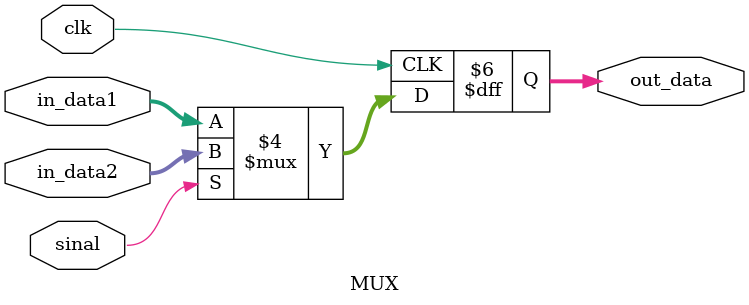
<source format=v>
module MUX(clk, sinal, in_data1, in_data2, out_data);

parameter                    data_bits = 31;
input                        clk, sinal;
input    [data_bits:0]       in_data1;
input    [data_bits:0]       in_data2;
output   [data_bits:0]       out_data;
reg      [data_bits:0]       out_data;

always @(posedge clk)
begin
	if (sinal==0)
		out_data = in_data1;
	else
		out_data = in_data2;
end

endmodule
</source>
